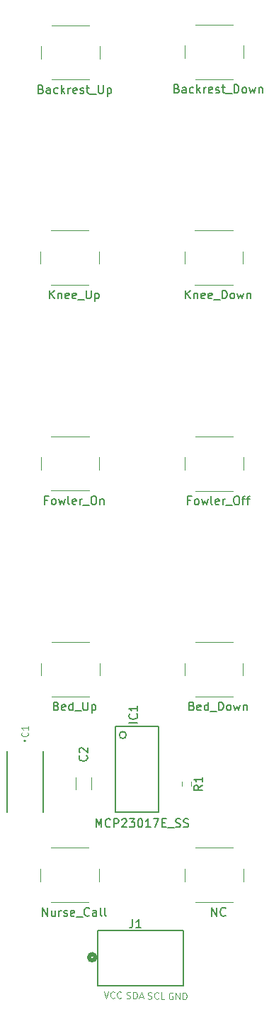
<source format=gto>
%TF.GenerationSoftware,KiCad,Pcbnew,9.0.4-9.0.4-0~ubuntu24.04.1*%
%TF.CreationDate,2025-09-24T17:39:37+03:00*%
%TF.ProjectId,Patient remote control,50617469-656e-4742-9072-656d6f746520,rev?*%
%TF.SameCoordinates,Original*%
%TF.FileFunction,Legend,Top*%
%TF.FilePolarity,Positive*%
%FSLAX46Y46*%
G04 Gerber Fmt 4.6, Leading zero omitted, Abs format (unit mm)*
G04 Created by KiCad (PCBNEW 9.0.4-9.0.4-0~ubuntu24.04.1) date 2025-09-24 17:39:37*
%MOMM*%
%LPD*%
G01*
G04 APERTURE LIST*
%ADD10C,0.100000*%
%ADD11C,0.150000*%
%ADD12C,0.120000*%
%ADD13C,0.127000*%
%ADD14C,0.200000*%
%ADD15C,0.152400*%
%ADD16C,0.508000*%
%ADD17C,0.203200*%
G04 APERTURE END LIST*
D10*
X122175312Y-161246990D02*
X122099122Y-161208895D01*
X122099122Y-161208895D02*
X121984836Y-161208895D01*
X121984836Y-161208895D02*
X121870550Y-161246990D01*
X121870550Y-161246990D02*
X121794360Y-161323180D01*
X121794360Y-161323180D02*
X121756265Y-161399371D01*
X121756265Y-161399371D02*
X121718169Y-161551752D01*
X121718169Y-161551752D02*
X121718169Y-161666038D01*
X121718169Y-161666038D02*
X121756265Y-161818419D01*
X121756265Y-161818419D02*
X121794360Y-161894609D01*
X121794360Y-161894609D02*
X121870550Y-161970800D01*
X121870550Y-161970800D02*
X121984836Y-162008895D01*
X121984836Y-162008895D02*
X122061027Y-162008895D01*
X122061027Y-162008895D02*
X122175312Y-161970800D01*
X122175312Y-161970800D02*
X122213408Y-161932704D01*
X122213408Y-161932704D02*
X122213408Y-161666038D01*
X122213408Y-161666038D02*
X122061027Y-161666038D01*
X122556265Y-162008895D02*
X122556265Y-161208895D01*
X122556265Y-161208895D02*
X123013408Y-162008895D01*
X123013408Y-162008895D02*
X123013408Y-161208895D01*
X123394360Y-162008895D02*
X123394360Y-161208895D01*
X123394360Y-161208895D02*
X123584836Y-161208895D01*
X123584836Y-161208895D02*
X123699122Y-161246990D01*
X123699122Y-161246990D02*
X123775312Y-161323180D01*
X123775312Y-161323180D02*
X123813407Y-161399371D01*
X123813407Y-161399371D02*
X123851503Y-161551752D01*
X123851503Y-161551752D02*
X123851503Y-161666038D01*
X123851503Y-161666038D02*
X123813407Y-161818419D01*
X123813407Y-161818419D02*
X123775312Y-161894609D01*
X123775312Y-161894609D02*
X123699122Y-161970800D01*
X123699122Y-161970800D02*
X123584836Y-162008895D01*
X123584836Y-162008895D02*
X123394360Y-162008895D01*
X119191169Y-161942800D02*
X119305455Y-161980895D01*
X119305455Y-161980895D02*
X119495931Y-161980895D01*
X119495931Y-161980895D02*
X119572122Y-161942800D01*
X119572122Y-161942800D02*
X119610217Y-161904704D01*
X119610217Y-161904704D02*
X119648312Y-161828514D01*
X119648312Y-161828514D02*
X119648312Y-161752323D01*
X119648312Y-161752323D02*
X119610217Y-161676133D01*
X119610217Y-161676133D02*
X119572122Y-161638038D01*
X119572122Y-161638038D02*
X119495931Y-161599942D01*
X119495931Y-161599942D02*
X119343550Y-161561847D01*
X119343550Y-161561847D02*
X119267360Y-161523752D01*
X119267360Y-161523752D02*
X119229265Y-161485657D01*
X119229265Y-161485657D02*
X119191169Y-161409466D01*
X119191169Y-161409466D02*
X119191169Y-161333276D01*
X119191169Y-161333276D02*
X119229265Y-161257085D01*
X119229265Y-161257085D02*
X119267360Y-161218990D01*
X119267360Y-161218990D02*
X119343550Y-161180895D01*
X119343550Y-161180895D02*
X119534027Y-161180895D01*
X119534027Y-161180895D02*
X119648312Y-161218990D01*
X120448313Y-161904704D02*
X120410217Y-161942800D01*
X120410217Y-161942800D02*
X120295932Y-161980895D01*
X120295932Y-161980895D02*
X120219741Y-161980895D01*
X120219741Y-161980895D02*
X120105455Y-161942800D01*
X120105455Y-161942800D02*
X120029265Y-161866609D01*
X120029265Y-161866609D02*
X119991170Y-161790419D01*
X119991170Y-161790419D02*
X119953074Y-161638038D01*
X119953074Y-161638038D02*
X119953074Y-161523752D01*
X119953074Y-161523752D02*
X119991170Y-161371371D01*
X119991170Y-161371371D02*
X120029265Y-161295180D01*
X120029265Y-161295180D02*
X120105455Y-161218990D01*
X120105455Y-161218990D02*
X120219741Y-161180895D01*
X120219741Y-161180895D02*
X120295932Y-161180895D01*
X120295932Y-161180895D02*
X120410217Y-161218990D01*
X120410217Y-161218990D02*
X120448313Y-161257085D01*
X121172122Y-161980895D02*
X120791170Y-161980895D01*
X120791170Y-161980895D02*
X120791170Y-161180895D01*
X113946979Y-161096895D02*
X114213646Y-161896895D01*
X114213646Y-161896895D02*
X114480312Y-161096895D01*
X115204122Y-161820704D02*
X115166026Y-161858800D01*
X115166026Y-161858800D02*
X115051741Y-161896895D01*
X115051741Y-161896895D02*
X114975550Y-161896895D01*
X114975550Y-161896895D02*
X114861264Y-161858800D01*
X114861264Y-161858800D02*
X114785074Y-161782609D01*
X114785074Y-161782609D02*
X114746979Y-161706419D01*
X114746979Y-161706419D02*
X114708883Y-161554038D01*
X114708883Y-161554038D02*
X114708883Y-161439752D01*
X114708883Y-161439752D02*
X114746979Y-161287371D01*
X114746979Y-161287371D02*
X114785074Y-161211180D01*
X114785074Y-161211180D02*
X114861264Y-161134990D01*
X114861264Y-161134990D02*
X114975550Y-161096895D01*
X114975550Y-161096895D02*
X115051741Y-161096895D01*
X115051741Y-161096895D02*
X115166026Y-161134990D01*
X115166026Y-161134990D02*
X115204122Y-161173085D01*
X116004122Y-161820704D02*
X115966026Y-161858800D01*
X115966026Y-161858800D02*
X115851741Y-161896895D01*
X115851741Y-161896895D02*
X115775550Y-161896895D01*
X115775550Y-161896895D02*
X115661264Y-161858800D01*
X115661264Y-161858800D02*
X115585074Y-161782609D01*
X115585074Y-161782609D02*
X115546979Y-161706419D01*
X115546979Y-161706419D02*
X115508883Y-161554038D01*
X115508883Y-161554038D02*
X115508883Y-161439752D01*
X115508883Y-161439752D02*
X115546979Y-161287371D01*
X115546979Y-161287371D02*
X115585074Y-161211180D01*
X115585074Y-161211180D02*
X115661264Y-161134990D01*
X115661264Y-161134990D02*
X115775550Y-161096895D01*
X115775550Y-161096895D02*
X115851741Y-161096895D01*
X115851741Y-161096895D02*
X115966026Y-161134990D01*
X115966026Y-161134990D02*
X116004122Y-161173085D01*
X116663169Y-161914800D02*
X116777455Y-161952895D01*
X116777455Y-161952895D02*
X116967931Y-161952895D01*
X116967931Y-161952895D02*
X117044122Y-161914800D01*
X117044122Y-161914800D02*
X117082217Y-161876704D01*
X117082217Y-161876704D02*
X117120312Y-161800514D01*
X117120312Y-161800514D02*
X117120312Y-161724323D01*
X117120312Y-161724323D02*
X117082217Y-161648133D01*
X117082217Y-161648133D02*
X117044122Y-161610038D01*
X117044122Y-161610038D02*
X116967931Y-161571942D01*
X116967931Y-161571942D02*
X116815550Y-161533847D01*
X116815550Y-161533847D02*
X116739360Y-161495752D01*
X116739360Y-161495752D02*
X116701265Y-161457657D01*
X116701265Y-161457657D02*
X116663169Y-161381466D01*
X116663169Y-161381466D02*
X116663169Y-161305276D01*
X116663169Y-161305276D02*
X116701265Y-161229085D01*
X116701265Y-161229085D02*
X116739360Y-161190990D01*
X116739360Y-161190990D02*
X116815550Y-161152895D01*
X116815550Y-161152895D02*
X117006027Y-161152895D01*
X117006027Y-161152895D02*
X117120312Y-161190990D01*
X117463170Y-161952895D02*
X117463170Y-161152895D01*
X117463170Y-161152895D02*
X117653646Y-161152895D01*
X117653646Y-161152895D02*
X117767932Y-161190990D01*
X117767932Y-161190990D02*
X117844122Y-161267180D01*
X117844122Y-161267180D02*
X117882217Y-161343371D01*
X117882217Y-161343371D02*
X117920313Y-161495752D01*
X117920313Y-161495752D02*
X117920313Y-161610038D01*
X117920313Y-161610038D02*
X117882217Y-161762419D01*
X117882217Y-161762419D02*
X117844122Y-161838609D01*
X117844122Y-161838609D02*
X117767932Y-161914800D01*
X117767932Y-161914800D02*
X117653646Y-161952895D01*
X117653646Y-161952895D02*
X117463170Y-161952895D01*
X118225074Y-161724323D02*
X118606027Y-161724323D01*
X118148884Y-161952895D02*
X118415551Y-161152895D01*
X118415551Y-161152895D02*
X118682217Y-161952895D01*
D11*
X123708047Y-78315819D02*
X123708047Y-77315819D01*
X124279475Y-78315819D02*
X123850904Y-77744390D01*
X124279475Y-77315819D02*
X123708047Y-77887247D01*
X124708047Y-77649152D02*
X124708047Y-78315819D01*
X124708047Y-77744390D02*
X124755666Y-77696771D01*
X124755666Y-77696771D02*
X124850904Y-77649152D01*
X124850904Y-77649152D02*
X124993761Y-77649152D01*
X124993761Y-77649152D02*
X125088999Y-77696771D01*
X125088999Y-77696771D02*
X125136618Y-77792009D01*
X125136618Y-77792009D02*
X125136618Y-78315819D01*
X125993761Y-78268200D02*
X125898523Y-78315819D01*
X125898523Y-78315819D02*
X125708047Y-78315819D01*
X125708047Y-78315819D02*
X125612809Y-78268200D01*
X125612809Y-78268200D02*
X125565190Y-78172961D01*
X125565190Y-78172961D02*
X125565190Y-77792009D01*
X125565190Y-77792009D02*
X125612809Y-77696771D01*
X125612809Y-77696771D02*
X125708047Y-77649152D01*
X125708047Y-77649152D02*
X125898523Y-77649152D01*
X125898523Y-77649152D02*
X125993761Y-77696771D01*
X125993761Y-77696771D02*
X126041380Y-77792009D01*
X126041380Y-77792009D02*
X126041380Y-77887247D01*
X126041380Y-77887247D02*
X125565190Y-77982485D01*
X126850904Y-78268200D02*
X126755666Y-78315819D01*
X126755666Y-78315819D02*
X126565190Y-78315819D01*
X126565190Y-78315819D02*
X126469952Y-78268200D01*
X126469952Y-78268200D02*
X126422333Y-78172961D01*
X126422333Y-78172961D02*
X126422333Y-77792009D01*
X126422333Y-77792009D02*
X126469952Y-77696771D01*
X126469952Y-77696771D02*
X126565190Y-77649152D01*
X126565190Y-77649152D02*
X126755666Y-77649152D01*
X126755666Y-77649152D02*
X126850904Y-77696771D01*
X126850904Y-77696771D02*
X126898523Y-77792009D01*
X126898523Y-77792009D02*
X126898523Y-77887247D01*
X126898523Y-77887247D02*
X126422333Y-77982485D01*
X127089000Y-78411057D02*
X127850904Y-78411057D01*
X128089000Y-78315819D02*
X128089000Y-77315819D01*
X128089000Y-77315819D02*
X128327095Y-77315819D01*
X128327095Y-77315819D02*
X128469952Y-77363438D01*
X128469952Y-77363438D02*
X128565190Y-77458676D01*
X128565190Y-77458676D02*
X128612809Y-77553914D01*
X128612809Y-77553914D02*
X128660428Y-77744390D01*
X128660428Y-77744390D02*
X128660428Y-77887247D01*
X128660428Y-77887247D02*
X128612809Y-78077723D01*
X128612809Y-78077723D02*
X128565190Y-78172961D01*
X128565190Y-78172961D02*
X128469952Y-78268200D01*
X128469952Y-78268200D02*
X128327095Y-78315819D01*
X128327095Y-78315819D02*
X128089000Y-78315819D01*
X129231857Y-78315819D02*
X129136619Y-78268200D01*
X129136619Y-78268200D02*
X129089000Y-78220580D01*
X129089000Y-78220580D02*
X129041381Y-78125342D01*
X129041381Y-78125342D02*
X129041381Y-77839628D01*
X129041381Y-77839628D02*
X129089000Y-77744390D01*
X129089000Y-77744390D02*
X129136619Y-77696771D01*
X129136619Y-77696771D02*
X129231857Y-77649152D01*
X129231857Y-77649152D02*
X129374714Y-77649152D01*
X129374714Y-77649152D02*
X129469952Y-77696771D01*
X129469952Y-77696771D02*
X129517571Y-77744390D01*
X129517571Y-77744390D02*
X129565190Y-77839628D01*
X129565190Y-77839628D02*
X129565190Y-78125342D01*
X129565190Y-78125342D02*
X129517571Y-78220580D01*
X129517571Y-78220580D02*
X129469952Y-78268200D01*
X129469952Y-78268200D02*
X129374714Y-78315819D01*
X129374714Y-78315819D02*
X129231857Y-78315819D01*
X129898524Y-77649152D02*
X130089000Y-78315819D01*
X130089000Y-78315819D02*
X130279476Y-77839628D01*
X130279476Y-77839628D02*
X130469952Y-78315819D01*
X130469952Y-78315819D02*
X130660428Y-77649152D01*
X131041381Y-77649152D02*
X131041381Y-78315819D01*
X131041381Y-77744390D02*
X131089000Y-77696771D01*
X131089000Y-77696771D02*
X131184238Y-77649152D01*
X131184238Y-77649152D02*
X131327095Y-77649152D01*
X131327095Y-77649152D02*
X131422333Y-77696771D01*
X131422333Y-77696771D02*
X131469952Y-77792009D01*
X131469952Y-77792009D02*
X131469952Y-78315819D01*
X122660618Y-53219009D02*
X122803475Y-53266628D01*
X122803475Y-53266628D02*
X122851094Y-53314247D01*
X122851094Y-53314247D02*
X122898713Y-53409485D01*
X122898713Y-53409485D02*
X122898713Y-53552342D01*
X122898713Y-53552342D02*
X122851094Y-53647580D01*
X122851094Y-53647580D02*
X122803475Y-53695200D01*
X122803475Y-53695200D02*
X122708237Y-53742819D01*
X122708237Y-53742819D02*
X122327285Y-53742819D01*
X122327285Y-53742819D02*
X122327285Y-52742819D01*
X122327285Y-52742819D02*
X122660618Y-52742819D01*
X122660618Y-52742819D02*
X122755856Y-52790438D01*
X122755856Y-52790438D02*
X122803475Y-52838057D01*
X122803475Y-52838057D02*
X122851094Y-52933295D01*
X122851094Y-52933295D02*
X122851094Y-53028533D01*
X122851094Y-53028533D02*
X122803475Y-53123771D01*
X122803475Y-53123771D02*
X122755856Y-53171390D01*
X122755856Y-53171390D02*
X122660618Y-53219009D01*
X122660618Y-53219009D02*
X122327285Y-53219009D01*
X123755856Y-53742819D02*
X123755856Y-53219009D01*
X123755856Y-53219009D02*
X123708237Y-53123771D01*
X123708237Y-53123771D02*
X123612999Y-53076152D01*
X123612999Y-53076152D02*
X123422523Y-53076152D01*
X123422523Y-53076152D02*
X123327285Y-53123771D01*
X123755856Y-53695200D02*
X123660618Y-53742819D01*
X123660618Y-53742819D02*
X123422523Y-53742819D01*
X123422523Y-53742819D02*
X123327285Y-53695200D01*
X123327285Y-53695200D02*
X123279666Y-53599961D01*
X123279666Y-53599961D02*
X123279666Y-53504723D01*
X123279666Y-53504723D02*
X123327285Y-53409485D01*
X123327285Y-53409485D02*
X123422523Y-53361866D01*
X123422523Y-53361866D02*
X123660618Y-53361866D01*
X123660618Y-53361866D02*
X123755856Y-53314247D01*
X124660618Y-53695200D02*
X124565380Y-53742819D01*
X124565380Y-53742819D02*
X124374904Y-53742819D01*
X124374904Y-53742819D02*
X124279666Y-53695200D01*
X124279666Y-53695200D02*
X124232047Y-53647580D01*
X124232047Y-53647580D02*
X124184428Y-53552342D01*
X124184428Y-53552342D02*
X124184428Y-53266628D01*
X124184428Y-53266628D02*
X124232047Y-53171390D01*
X124232047Y-53171390D02*
X124279666Y-53123771D01*
X124279666Y-53123771D02*
X124374904Y-53076152D01*
X124374904Y-53076152D02*
X124565380Y-53076152D01*
X124565380Y-53076152D02*
X124660618Y-53123771D01*
X125089190Y-53742819D02*
X125089190Y-52742819D01*
X125184428Y-53361866D02*
X125470142Y-53742819D01*
X125470142Y-53076152D02*
X125089190Y-53457104D01*
X125898714Y-53742819D02*
X125898714Y-53076152D01*
X125898714Y-53266628D02*
X125946333Y-53171390D01*
X125946333Y-53171390D02*
X125993952Y-53123771D01*
X125993952Y-53123771D02*
X126089190Y-53076152D01*
X126089190Y-53076152D02*
X126184428Y-53076152D01*
X126898714Y-53695200D02*
X126803476Y-53742819D01*
X126803476Y-53742819D02*
X126613000Y-53742819D01*
X126613000Y-53742819D02*
X126517762Y-53695200D01*
X126517762Y-53695200D02*
X126470143Y-53599961D01*
X126470143Y-53599961D02*
X126470143Y-53219009D01*
X126470143Y-53219009D02*
X126517762Y-53123771D01*
X126517762Y-53123771D02*
X126613000Y-53076152D01*
X126613000Y-53076152D02*
X126803476Y-53076152D01*
X126803476Y-53076152D02*
X126898714Y-53123771D01*
X126898714Y-53123771D02*
X126946333Y-53219009D01*
X126946333Y-53219009D02*
X126946333Y-53314247D01*
X126946333Y-53314247D02*
X126470143Y-53409485D01*
X127327286Y-53695200D02*
X127422524Y-53742819D01*
X127422524Y-53742819D02*
X127613000Y-53742819D01*
X127613000Y-53742819D02*
X127708238Y-53695200D01*
X127708238Y-53695200D02*
X127755857Y-53599961D01*
X127755857Y-53599961D02*
X127755857Y-53552342D01*
X127755857Y-53552342D02*
X127708238Y-53457104D01*
X127708238Y-53457104D02*
X127613000Y-53409485D01*
X127613000Y-53409485D02*
X127470143Y-53409485D01*
X127470143Y-53409485D02*
X127374905Y-53361866D01*
X127374905Y-53361866D02*
X127327286Y-53266628D01*
X127327286Y-53266628D02*
X127327286Y-53219009D01*
X127327286Y-53219009D02*
X127374905Y-53123771D01*
X127374905Y-53123771D02*
X127470143Y-53076152D01*
X127470143Y-53076152D02*
X127613000Y-53076152D01*
X127613000Y-53076152D02*
X127708238Y-53123771D01*
X128041572Y-53076152D02*
X128422524Y-53076152D01*
X128184429Y-52742819D02*
X128184429Y-53599961D01*
X128184429Y-53599961D02*
X128232048Y-53695200D01*
X128232048Y-53695200D02*
X128327286Y-53742819D01*
X128327286Y-53742819D02*
X128422524Y-53742819D01*
X128517763Y-53838057D02*
X129279667Y-53838057D01*
X129517763Y-53742819D02*
X129517763Y-52742819D01*
X129517763Y-52742819D02*
X129755858Y-52742819D01*
X129755858Y-52742819D02*
X129898715Y-52790438D01*
X129898715Y-52790438D02*
X129993953Y-52885676D01*
X129993953Y-52885676D02*
X130041572Y-52980914D01*
X130041572Y-52980914D02*
X130089191Y-53171390D01*
X130089191Y-53171390D02*
X130089191Y-53314247D01*
X130089191Y-53314247D02*
X130041572Y-53504723D01*
X130041572Y-53504723D02*
X129993953Y-53599961D01*
X129993953Y-53599961D02*
X129898715Y-53695200D01*
X129898715Y-53695200D02*
X129755858Y-53742819D01*
X129755858Y-53742819D02*
X129517763Y-53742819D01*
X130660620Y-53742819D02*
X130565382Y-53695200D01*
X130565382Y-53695200D02*
X130517763Y-53647580D01*
X130517763Y-53647580D02*
X130470144Y-53552342D01*
X130470144Y-53552342D02*
X130470144Y-53266628D01*
X130470144Y-53266628D02*
X130517763Y-53171390D01*
X130517763Y-53171390D02*
X130565382Y-53123771D01*
X130565382Y-53123771D02*
X130660620Y-53076152D01*
X130660620Y-53076152D02*
X130803477Y-53076152D01*
X130803477Y-53076152D02*
X130898715Y-53123771D01*
X130898715Y-53123771D02*
X130946334Y-53171390D01*
X130946334Y-53171390D02*
X130993953Y-53266628D01*
X130993953Y-53266628D02*
X130993953Y-53552342D01*
X130993953Y-53552342D02*
X130946334Y-53647580D01*
X130946334Y-53647580D02*
X130898715Y-53695200D01*
X130898715Y-53695200D02*
X130803477Y-53742819D01*
X130803477Y-53742819D02*
X130660620Y-53742819D01*
X131327287Y-53076152D02*
X131517763Y-53742819D01*
X131517763Y-53742819D02*
X131708239Y-53266628D01*
X131708239Y-53266628D02*
X131898715Y-53742819D01*
X131898715Y-53742819D02*
X132089191Y-53076152D01*
X132470144Y-53076152D02*
X132470144Y-53742819D01*
X132470144Y-53171390D02*
X132517763Y-53123771D01*
X132517763Y-53123771D02*
X132613001Y-53076152D01*
X132613001Y-53076152D02*
X132755858Y-53076152D01*
X132755858Y-53076152D02*
X132851096Y-53123771D01*
X132851096Y-53123771D02*
X132898715Y-53219009D01*
X132898715Y-53219009D02*
X132898715Y-53742819D01*
X106441999Y-53268009D02*
X106584856Y-53315628D01*
X106584856Y-53315628D02*
X106632475Y-53363247D01*
X106632475Y-53363247D02*
X106680094Y-53458485D01*
X106680094Y-53458485D02*
X106680094Y-53601342D01*
X106680094Y-53601342D02*
X106632475Y-53696580D01*
X106632475Y-53696580D02*
X106584856Y-53744200D01*
X106584856Y-53744200D02*
X106489618Y-53791819D01*
X106489618Y-53791819D02*
X106108666Y-53791819D01*
X106108666Y-53791819D02*
X106108666Y-52791819D01*
X106108666Y-52791819D02*
X106441999Y-52791819D01*
X106441999Y-52791819D02*
X106537237Y-52839438D01*
X106537237Y-52839438D02*
X106584856Y-52887057D01*
X106584856Y-52887057D02*
X106632475Y-52982295D01*
X106632475Y-52982295D02*
X106632475Y-53077533D01*
X106632475Y-53077533D02*
X106584856Y-53172771D01*
X106584856Y-53172771D02*
X106537237Y-53220390D01*
X106537237Y-53220390D02*
X106441999Y-53268009D01*
X106441999Y-53268009D02*
X106108666Y-53268009D01*
X107537237Y-53791819D02*
X107537237Y-53268009D01*
X107537237Y-53268009D02*
X107489618Y-53172771D01*
X107489618Y-53172771D02*
X107394380Y-53125152D01*
X107394380Y-53125152D02*
X107203904Y-53125152D01*
X107203904Y-53125152D02*
X107108666Y-53172771D01*
X107537237Y-53744200D02*
X107441999Y-53791819D01*
X107441999Y-53791819D02*
X107203904Y-53791819D01*
X107203904Y-53791819D02*
X107108666Y-53744200D01*
X107108666Y-53744200D02*
X107061047Y-53648961D01*
X107061047Y-53648961D02*
X107061047Y-53553723D01*
X107061047Y-53553723D02*
X107108666Y-53458485D01*
X107108666Y-53458485D02*
X107203904Y-53410866D01*
X107203904Y-53410866D02*
X107441999Y-53410866D01*
X107441999Y-53410866D02*
X107537237Y-53363247D01*
X108441999Y-53744200D02*
X108346761Y-53791819D01*
X108346761Y-53791819D02*
X108156285Y-53791819D01*
X108156285Y-53791819D02*
X108061047Y-53744200D01*
X108061047Y-53744200D02*
X108013428Y-53696580D01*
X108013428Y-53696580D02*
X107965809Y-53601342D01*
X107965809Y-53601342D02*
X107965809Y-53315628D01*
X107965809Y-53315628D02*
X108013428Y-53220390D01*
X108013428Y-53220390D02*
X108061047Y-53172771D01*
X108061047Y-53172771D02*
X108156285Y-53125152D01*
X108156285Y-53125152D02*
X108346761Y-53125152D01*
X108346761Y-53125152D02*
X108441999Y-53172771D01*
X108870571Y-53791819D02*
X108870571Y-52791819D01*
X108965809Y-53410866D02*
X109251523Y-53791819D01*
X109251523Y-53125152D02*
X108870571Y-53506104D01*
X109680095Y-53791819D02*
X109680095Y-53125152D01*
X109680095Y-53315628D02*
X109727714Y-53220390D01*
X109727714Y-53220390D02*
X109775333Y-53172771D01*
X109775333Y-53172771D02*
X109870571Y-53125152D01*
X109870571Y-53125152D02*
X109965809Y-53125152D01*
X110680095Y-53744200D02*
X110584857Y-53791819D01*
X110584857Y-53791819D02*
X110394381Y-53791819D01*
X110394381Y-53791819D02*
X110299143Y-53744200D01*
X110299143Y-53744200D02*
X110251524Y-53648961D01*
X110251524Y-53648961D02*
X110251524Y-53268009D01*
X110251524Y-53268009D02*
X110299143Y-53172771D01*
X110299143Y-53172771D02*
X110394381Y-53125152D01*
X110394381Y-53125152D02*
X110584857Y-53125152D01*
X110584857Y-53125152D02*
X110680095Y-53172771D01*
X110680095Y-53172771D02*
X110727714Y-53268009D01*
X110727714Y-53268009D02*
X110727714Y-53363247D01*
X110727714Y-53363247D02*
X110251524Y-53458485D01*
X111108667Y-53744200D02*
X111203905Y-53791819D01*
X111203905Y-53791819D02*
X111394381Y-53791819D01*
X111394381Y-53791819D02*
X111489619Y-53744200D01*
X111489619Y-53744200D02*
X111537238Y-53648961D01*
X111537238Y-53648961D02*
X111537238Y-53601342D01*
X111537238Y-53601342D02*
X111489619Y-53506104D01*
X111489619Y-53506104D02*
X111394381Y-53458485D01*
X111394381Y-53458485D02*
X111251524Y-53458485D01*
X111251524Y-53458485D02*
X111156286Y-53410866D01*
X111156286Y-53410866D02*
X111108667Y-53315628D01*
X111108667Y-53315628D02*
X111108667Y-53268009D01*
X111108667Y-53268009D02*
X111156286Y-53172771D01*
X111156286Y-53172771D02*
X111251524Y-53125152D01*
X111251524Y-53125152D02*
X111394381Y-53125152D01*
X111394381Y-53125152D02*
X111489619Y-53172771D01*
X111822953Y-53125152D02*
X112203905Y-53125152D01*
X111965810Y-52791819D02*
X111965810Y-53648961D01*
X111965810Y-53648961D02*
X112013429Y-53744200D01*
X112013429Y-53744200D02*
X112108667Y-53791819D01*
X112108667Y-53791819D02*
X112203905Y-53791819D01*
X112299144Y-53887057D02*
X113061048Y-53887057D01*
X113299144Y-52791819D02*
X113299144Y-53601342D01*
X113299144Y-53601342D02*
X113346763Y-53696580D01*
X113346763Y-53696580D02*
X113394382Y-53744200D01*
X113394382Y-53744200D02*
X113489620Y-53791819D01*
X113489620Y-53791819D02*
X113680096Y-53791819D01*
X113680096Y-53791819D02*
X113775334Y-53744200D01*
X113775334Y-53744200D02*
X113822953Y-53696580D01*
X113822953Y-53696580D02*
X113870572Y-53601342D01*
X113870572Y-53601342D02*
X113870572Y-52791819D01*
X114346763Y-53125152D02*
X114346763Y-54125152D01*
X114346763Y-53172771D02*
X114442001Y-53125152D01*
X114442001Y-53125152D02*
X114632477Y-53125152D01*
X114632477Y-53125152D02*
X114727715Y-53172771D01*
X114727715Y-53172771D02*
X114775334Y-53220390D01*
X114775334Y-53220390D02*
X114822953Y-53315628D01*
X114822953Y-53315628D02*
X114822953Y-53601342D01*
X114822953Y-53601342D02*
X114775334Y-53696580D01*
X114775334Y-53696580D02*
X114727715Y-53744200D01*
X114727715Y-53744200D02*
X114632477Y-53791819D01*
X114632477Y-53791819D02*
X114442001Y-53791819D01*
X114442001Y-53791819D02*
X114346763Y-53744200D01*
X125704819Y-136435666D02*
X125228628Y-136768999D01*
X125704819Y-137007094D02*
X124704819Y-137007094D01*
X124704819Y-137007094D02*
X124704819Y-136626142D01*
X124704819Y-136626142D02*
X124752438Y-136530904D01*
X124752438Y-136530904D02*
X124800057Y-136483285D01*
X124800057Y-136483285D02*
X124895295Y-136435666D01*
X124895295Y-136435666D02*
X125038152Y-136435666D01*
X125038152Y-136435666D02*
X125133390Y-136483285D01*
X125133390Y-136483285D02*
X125181009Y-136530904D01*
X125181009Y-136530904D02*
X125228628Y-136626142D01*
X125228628Y-136626142D02*
X125228628Y-137007094D01*
X125704819Y-135483285D02*
X125704819Y-136054713D01*
X125704819Y-135768999D02*
X124704819Y-135768999D01*
X124704819Y-135768999D02*
X124847676Y-135864237D01*
X124847676Y-135864237D02*
X124942914Y-135959475D01*
X124942914Y-135959475D02*
X124990533Y-136054713D01*
X124478952Y-126974009D02*
X124621809Y-127021628D01*
X124621809Y-127021628D02*
X124669428Y-127069247D01*
X124669428Y-127069247D02*
X124717047Y-127164485D01*
X124717047Y-127164485D02*
X124717047Y-127307342D01*
X124717047Y-127307342D02*
X124669428Y-127402580D01*
X124669428Y-127402580D02*
X124621809Y-127450200D01*
X124621809Y-127450200D02*
X124526571Y-127497819D01*
X124526571Y-127497819D02*
X124145619Y-127497819D01*
X124145619Y-127497819D02*
X124145619Y-126497819D01*
X124145619Y-126497819D02*
X124478952Y-126497819D01*
X124478952Y-126497819D02*
X124574190Y-126545438D01*
X124574190Y-126545438D02*
X124621809Y-126593057D01*
X124621809Y-126593057D02*
X124669428Y-126688295D01*
X124669428Y-126688295D02*
X124669428Y-126783533D01*
X124669428Y-126783533D02*
X124621809Y-126878771D01*
X124621809Y-126878771D02*
X124574190Y-126926390D01*
X124574190Y-126926390D02*
X124478952Y-126974009D01*
X124478952Y-126974009D02*
X124145619Y-126974009D01*
X125526571Y-127450200D02*
X125431333Y-127497819D01*
X125431333Y-127497819D02*
X125240857Y-127497819D01*
X125240857Y-127497819D02*
X125145619Y-127450200D01*
X125145619Y-127450200D02*
X125098000Y-127354961D01*
X125098000Y-127354961D02*
X125098000Y-126974009D01*
X125098000Y-126974009D02*
X125145619Y-126878771D01*
X125145619Y-126878771D02*
X125240857Y-126831152D01*
X125240857Y-126831152D02*
X125431333Y-126831152D01*
X125431333Y-126831152D02*
X125526571Y-126878771D01*
X125526571Y-126878771D02*
X125574190Y-126974009D01*
X125574190Y-126974009D02*
X125574190Y-127069247D01*
X125574190Y-127069247D02*
X125098000Y-127164485D01*
X126431333Y-127497819D02*
X126431333Y-126497819D01*
X126431333Y-127450200D02*
X126336095Y-127497819D01*
X126336095Y-127497819D02*
X126145619Y-127497819D01*
X126145619Y-127497819D02*
X126050381Y-127450200D01*
X126050381Y-127450200D02*
X126002762Y-127402580D01*
X126002762Y-127402580D02*
X125955143Y-127307342D01*
X125955143Y-127307342D02*
X125955143Y-127021628D01*
X125955143Y-127021628D02*
X126002762Y-126926390D01*
X126002762Y-126926390D02*
X126050381Y-126878771D01*
X126050381Y-126878771D02*
X126145619Y-126831152D01*
X126145619Y-126831152D02*
X126336095Y-126831152D01*
X126336095Y-126831152D02*
X126431333Y-126878771D01*
X126669429Y-127593057D02*
X127431333Y-127593057D01*
X127669429Y-127497819D02*
X127669429Y-126497819D01*
X127669429Y-126497819D02*
X127907524Y-126497819D01*
X127907524Y-126497819D02*
X128050381Y-126545438D01*
X128050381Y-126545438D02*
X128145619Y-126640676D01*
X128145619Y-126640676D02*
X128193238Y-126735914D01*
X128193238Y-126735914D02*
X128240857Y-126926390D01*
X128240857Y-126926390D02*
X128240857Y-127069247D01*
X128240857Y-127069247D02*
X128193238Y-127259723D01*
X128193238Y-127259723D02*
X128145619Y-127354961D01*
X128145619Y-127354961D02*
X128050381Y-127450200D01*
X128050381Y-127450200D02*
X127907524Y-127497819D01*
X127907524Y-127497819D02*
X127669429Y-127497819D01*
X128812286Y-127497819D02*
X128717048Y-127450200D01*
X128717048Y-127450200D02*
X128669429Y-127402580D01*
X128669429Y-127402580D02*
X128621810Y-127307342D01*
X128621810Y-127307342D02*
X128621810Y-127021628D01*
X128621810Y-127021628D02*
X128669429Y-126926390D01*
X128669429Y-126926390D02*
X128717048Y-126878771D01*
X128717048Y-126878771D02*
X128812286Y-126831152D01*
X128812286Y-126831152D02*
X128955143Y-126831152D01*
X128955143Y-126831152D02*
X129050381Y-126878771D01*
X129050381Y-126878771D02*
X129098000Y-126926390D01*
X129098000Y-126926390D02*
X129145619Y-127021628D01*
X129145619Y-127021628D02*
X129145619Y-127307342D01*
X129145619Y-127307342D02*
X129098000Y-127402580D01*
X129098000Y-127402580D02*
X129050381Y-127450200D01*
X129050381Y-127450200D02*
X128955143Y-127497819D01*
X128955143Y-127497819D02*
X128812286Y-127497819D01*
X129478953Y-126831152D02*
X129669429Y-127497819D01*
X129669429Y-127497819D02*
X129859905Y-127021628D01*
X129859905Y-127021628D02*
X130050381Y-127497819D01*
X130050381Y-127497819D02*
X130240857Y-126831152D01*
X130621810Y-126831152D02*
X130621810Y-127497819D01*
X130621810Y-126926390D02*
X130669429Y-126878771D01*
X130669429Y-126878771D02*
X130764667Y-126831152D01*
X130764667Y-126831152D02*
X130907524Y-126831152D01*
X130907524Y-126831152D02*
X131002762Y-126878771D01*
X131002762Y-126878771D02*
X131050381Y-126974009D01*
X131050381Y-126974009D02*
X131050381Y-127497819D01*
X107451428Y-78312819D02*
X107451428Y-77312819D01*
X108022856Y-78312819D02*
X107594285Y-77741390D01*
X108022856Y-77312819D02*
X107451428Y-77884247D01*
X108451428Y-77646152D02*
X108451428Y-78312819D01*
X108451428Y-77741390D02*
X108499047Y-77693771D01*
X108499047Y-77693771D02*
X108594285Y-77646152D01*
X108594285Y-77646152D02*
X108737142Y-77646152D01*
X108737142Y-77646152D02*
X108832380Y-77693771D01*
X108832380Y-77693771D02*
X108879999Y-77789009D01*
X108879999Y-77789009D02*
X108879999Y-78312819D01*
X109737142Y-78265200D02*
X109641904Y-78312819D01*
X109641904Y-78312819D02*
X109451428Y-78312819D01*
X109451428Y-78312819D02*
X109356190Y-78265200D01*
X109356190Y-78265200D02*
X109308571Y-78169961D01*
X109308571Y-78169961D02*
X109308571Y-77789009D01*
X109308571Y-77789009D02*
X109356190Y-77693771D01*
X109356190Y-77693771D02*
X109451428Y-77646152D01*
X109451428Y-77646152D02*
X109641904Y-77646152D01*
X109641904Y-77646152D02*
X109737142Y-77693771D01*
X109737142Y-77693771D02*
X109784761Y-77789009D01*
X109784761Y-77789009D02*
X109784761Y-77884247D01*
X109784761Y-77884247D02*
X109308571Y-77979485D01*
X110594285Y-78265200D02*
X110499047Y-78312819D01*
X110499047Y-78312819D02*
X110308571Y-78312819D01*
X110308571Y-78312819D02*
X110213333Y-78265200D01*
X110213333Y-78265200D02*
X110165714Y-78169961D01*
X110165714Y-78169961D02*
X110165714Y-77789009D01*
X110165714Y-77789009D02*
X110213333Y-77693771D01*
X110213333Y-77693771D02*
X110308571Y-77646152D01*
X110308571Y-77646152D02*
X110499047Y-77646152D01*
X110499047Y-77646152D02*
X110594285Y-77693771D01*
X110594285Y-77693771D02*
X110641904Y-77789009D01*
X110641904Y-77789009D02*
X110641904Y-77884247D01*
X110641904Y-77884247D02*
X110165714Y-77979485D01*
X110832381Y-78408057D02*
X111594285Y-78408057D01*
X111832381Y-77312819D02*
X111832381Y-78122342D01*
X111832381Y-78122342D02*
X111880000Y-78217580D01*
X111880000Y-78217580D02*
X111927619Y-78265200D01*
X111927619Y-78265200D02*
X112022857Y-78312819D01*
X112022857Y-78312819D02*
X112213333Y-78312819D01*
X112213333Y-78312819D02*
X112308571Y-78265200D01*
X112308571Y-78265200D02*
X112356190Y-78217580D01*
X112356190Y-78217580D02*
X112403809Y-78122342D01*
X112403809Y-78122342D02*
X112403809Y-77312819D01*
X112880000Y-77646152D02*
X112880000Y-78646152D01*
X112880000Y-77693771D02*
X112975238Y-77646152D01*
X112975238Y-77646152D02*
X113165714Y-77646152D01*
X113165714Y-77646152D02*
X113260952Y-77693771D01*
X113260952Y-77693771D02*
X113308571Y-77741390D01*
X113308571Y-77741390D02*
X113356190Y-77836628D01*
X113356190Y-77836628D02*
X113356190Y-78122342D01*
X113356190Y-78122342D02*
X113308571Y-78217580D01*
X113308571Y-78217580D02*
X113260952Y-78265200D01*
X113260952Y-78265200D02*
X113165714Y-78312819D01*
X113165714Y-78312819D02*
X112975238Y-78312819D01*
X112975238Y-78312819D02*
X112880000Y-78265200D01*
X124307475Y-102399009D02*
X123974142Y-102399009D01*
X123974142Y-102922819D02*
X123974142Y-101922819D01*
X123974142Y-101922819D02*
X124450332Y-101922819D01*
X124974142Y-102922819D02*
X124878904Y-102875200D01*
X124878904Y-102875200D02*
X124831285Y-102827580D01*
X124831285Y-102827580D02*
X124783666Y-102732342D01*
X124783666Y-102732342D02*
X124783666Y-102446628D01*
X124783666Y-102446628D02*
X124831285Y-102351390D01*
X124831285Y-102351390D02*
X124878904Y-102303771D01*
X124878904Y-102303771D02*
X124974142Y-102256152D01*
X124974142Y-102256152D02*
X125116999Y-102256152D01*
X125116999Y-102256152D02*
X125212237Y-102303771D01*
X125212237Y-102303771D02*
X125259856Y-102351390D01*
X125259856Y-102351390D02*
X125307475Y-102446628D01*
X125307475Y-102446628D02*
X125307475Y-102732342D01*
X125307475Y-102732342D02*
X125259856Y-102827580D01*
X125259856Y-102827580D02*
X125212237Y-102875200D01*
X125212237Y-102875200D02*
X125116999Y-102922819D01*
X125116999Y-102922819D02*
X124974142Y-102922819D01*
X125640809Y-102256152D02*
X125831285Y-102922819D01*
X125831285Y-102922819D02*
X126021761Y-102446628D01*
X126021761Y-102446628D02*
X126212237Y-102922819D01*
X126212237Y-102922819D02*
X126402713Y-102256152D01*
X126926523Y-102922819D02*
X126831285Y-102875200D01*
X126831285Y-102875200D02*
X126783666Y-102779961D01*
X126783666Y-102779961D02*
X126783666Y-101922819D01*
X127688428Y-102875200D02*
X127593190Y-102922819D01*
X127593190Y-102922819D02*
X127402714Y-102922819D01*
X127402714Y-102922819D02*
X127307476Y-102875200D01*
X127307476Y-102875200D02*
X127259857Y-102779961D01*
X127259857Y-102779961D02*
X127259857Y-102399009D01*
X127259857Y-102399009D02*
X127307476Y-102303771D01*
X127307476Y-102303771D02*
X127402714Y-102256152D01*
X127402714Y-102256152D02*
X127593190Y-102256152D01*
X127593190Y-102256152D02*
X127688428Y-102303771D01*
X127688428Y-102303771D02*
X127736047Y-102399009D01*
X127736047Y-102399009D02*
X127736047Y-102494247D01*
X127736047Y-102494247D02*
X127259857Y-102589485D01*
X128164619Y-102922819D02*
X128164619Y-102256152D01*
X128164619Y-102446628D02*
X128212238Y-102351390D01*
X128212238Y-102351390D02*
X128259857Y-102303771D01*
X128259857Y-102303771D02*
X128355095Y-102256152D01*
X128355095Y-102256152D02*
X128450333Y-102256152D01*
X128545572Y-103018057D02*
X129307476Y-103018057D01*
X129736048Y-101922819D02*
X129926524Y-101922819D01*
X129926524Y-101922819D02*
X130021762Y-101970438D01*
X130021762Y-101970438D02*
X130117000Y-102065676D01*
X130117000Y-102065676D02*
X130164619Y-102256152D01*
X130164619Y-102256152D02*
X130164619Y-102589485D01*
X130164619Y-102589485D02*
X130117000Y-102779961D01*
X130117000Y-102779961D02*
X130021762Y-102875200D01*
X130021762Y-102875200D02*
X129926524Y-102922819D01*
X129926524Y-102922819D02*
X129736048Y-102922819D01*
X129736048Y-102922819D02*
X129640810Y-102875200D01*
X129640810Y-102875200D02*
X129545572Y-102779961D01*
X129545572Y-102779961D02*
X129497953Y-102589485D01*
X129497953Y-102589485D02*
X129497953Y-102256152D01*
X129497953Y-102256152D02*
X129545572Y-102065676D01*
X129545572Y-102065676D02*
X129640810Y-101970438D01*
X129640810Y-101970438D02*
X129736048Y-101922819D01*
X130450334Y-102256152D02*
X130831286Y-102256152D01*
X130593191Y-102922819D02*
X130593191Y-102065676D01*
X130593191Y-102065676D02*
X130640810Y-101970438D01*
X130640810Y-101970438D02*
X130736048Y-101922819D01*
X130736048Y-101922819D02*
X130831286Y-101922819D01*
X131021763Y-102256152D02*
X131402715Y-102256152D01*
X131164620Y-102922819D02*
X131164620Y-102065676D01*
X131164620Y-102065676D02*
X131212239Y-101970438D01*
X131212239Y-101970438D02*
X131307477Y-101922819D01*
X131307477Y-101922819D02*
X131402715Y-101922819D01*
D10*
X104788704Y-130133332D02*
X104826800Y-130171428D01*
X104826800Y-130171428D02*
X104864895Y-130285713D01*
X104864895Y-130285713D02*
X104864895Y-130361904D01*
X104864895Y-130361904D02*
X104826800Y-130476190D01*
X104826800Y-130476190D02*
X104750609Y-130552380D01*
X104750609Y-130552380D02*
X104674419Y-130590475D01*
X104674419Y-130590475D02*
X104522038Y-130628571D01*
X104522038Y-130628571D02*
X104407752Y-130628571D01*
X104407752Y-130628571D02*
X104255371Y-130590475D01*
X104255371Y-130590475D02*
X104179180Y-130552380D01*
X104179180Y-130552380D02*
X104102990Y-130476190D01*
X104102990Y-130476190D02*
X104064895Y-130361904D01*
X104064895Y-130361904D02*
X104064895Y-130285713D01*
X104064895Y-130285713D02*
X104102990Y-130171428D01*
X104102990Y-130171428D02*
X104141085Y-130133332D01*
X104864895Y-129371428D02*
X104864895Y-129828571D01*
X104864895Y-129599999D02*
X104064895Y-129599999D01*
X104064895Y-129599999D02*
X104179180Y-129676190D01*
X104179180Y-129676190D02*
X104255371Y-129752380D01*
X104255371Y-129752380D02*
X104293466Y-129828571D01*
D11*
X108262333Y-126972009D02*
X108405190Y-127019628D01*
X108405190Y-127019628D02*
X108452809Y-127067247D01*
X108452809Y-127067247D02*
X108500428Y-127162485D01*
X108500428Y-127162485D02*
X108500428Y-127305342D01*
X108500428Y-127305342D02*
X108452809Y-127400580D01*
X108452809Y-127400580D02*
X108405190Y-127448200D01*
X108405190Y-127448200D02*
X108309952Y-127495819D01*
X108309952Y-127495819D02*
X107929000Y-127495819D01*
X107929000Y-127495819D02*
X107929000Y-126495819D01*
X107929000Y-126495819D02*
X108262333Y-126495819D01*
X108262333Y-126495819D02*
X108357571Y-126543438D01*
X108357571Y-126543438D02*
X108405190Y-126591057D01*
X108405190Y-126591057D02*
X108452809Y-126686295D01*
X108452809Y-126686295D02*
X108452809Y-126781533D01*
X108452809Y-126781533D02*
X108405190Y-126876771D01*
X108405190Y-126876771D02*
X108357571Y-126924390D01*
X108357571Y-126924390D02*
X108262333Y-126972009D01*
X108262333Y-126972009D02*
X107929000Y-126972009D01*
X109309952Y-127448200D02*
X109214714Y-127495819D01*
X109214714Y-127495819D02*
X109024238Y-127495819D01*
X109024238Y-127495819D02*
X108929000Y-127448200D01*
X108929000Y-127448200D02*
X108881381Y-127352961D01*
X108881381Y-127352961D02*
X108881381Y-126972009D01*
X108881381Y-126972009D02*
X108929000Y-126876771D01*
X108929000Y-126876771D02*
X109024238Y-126829152D01*
X109024238Y-126829152D02*
X109214714Y-126829152D01*
X109214714Y-126829152D02*
X109309952Y-126876771D01*
X109309952Y-126876771D02*
X109357571Y-126972009D01*
X109357571Y-126972009D02*
X109357571Y-127067247D01*
X109357571Y-127067247D02*
X108881381Y-127162485D01*
X110214714Y-127495819D02*
X110214714Y-126495819D01*
X110214714Y-127448200D02*
X110119476Y-127495819D01*
X110119476Y-127495819D02*
X109929000Y-127495819D01*
X109929000Y-127495819D02*
X109833762Y-127448200D01*
X109833762Y-127448200D02*
X109786143Y-127400580D01*
X109786143Y-127400580D02*
X109738524Y-127305342D01*
X109738524Y-127305342D02*
X109738524Y-127019628D01*
X109738524Y-127019628D02*
X109786143Y-126924390D01*
X109786143Y-126924390D02*
X109833762Y-126876771D01*
X109833762Y-126876771D02*
X109929000Y-126829152D01*
X109929000Y-126829152D02*
X110119476Y-126829152D01*
X110119476Y-126829152D02*
X110214714Y-126876771D01*
X110452810Y-127591057D02*
X111214714Y-127591057D01*
X111452810Y-126495819D02*
X111452810Y-127305342D01*
X111452810Y-127305342D02*
X111500429Y-127400580D01*
X111500429Y-127400580D02*
X111548048Y-127448200D01*
X111548048Y-127448200D02*
X111643286Y-127495819D01*
X111643286Y-127495819D02*
X111833762Y-127495819D01*
X111833762Y-127495819D02*
X111929000Y-127448200D01*
X111929000Y-127448200D02*
X111976619Y-127400580D01*
X111976619Y-127400580D02*
X112024238Y-127305342D01*
X112024238Y-127305342D02*
X112024238Y-126495819D01*
X112500429Y-126829152D02*
X112500429Y-127829152D01*
X112500429Y-126876771D02*
X112595667Y-126829152D01*
X112595667Y-126829152D02*
X112786143Y-126829152D01*
X112786143Y-126829152D02*
X112881381Y-126876771D01*
X112881381Y-126876771D02*
X112929000Y-126924390D01*
X112929000Y-126924390D02*
X112976619Y-127019628D01*
X112976619Y-127019628D02*
X112976619Y-127305342D01*
X112976619Y-127305342D02*
X112929000Y-127400580D01*
X112929000Y-127400580D02*
X112881381Y-127448200D01*
X112881381Y-127448200D02*
X112786143Y-127495819D01*
X112786143Y-127495819D02*
X112595667Y-127495819D01*
X112595667Y-127495819D02*
X112500429Y-127448200D01*
X117379766Y-152473819D02*
X117379766Y-153188104D01*
X117379766Y-153188104D02*
X117332147Y-153330961D01*
X117332147Y-153330961D02*
X117236909Y-153426200D01*
X117236909Y-153426200D02*
X117094052Y-153473819D01*
X117094052Y-153473819D02*
X116998814Y-153473819D01*
X118379766Y-153473819D02*
X117808338Y-153473819D01*
X118094052Y-153473819D02*
X118094052Y-152473819D01*
X118094052Y-152473819D02*
X117998814Y-152616676D01*
X117998814Y-152616676D02*
X117903576Y-152711914D01*
X117903576Y-152711914D02*
X117808338Y-152759533D01*
X106631904Y-152077819D02*
X106631904Y-151077819D01*
X106631904Y-151077819D02*
X107203332Y-152077819D01*
X107203332Y-152077819D02*
X107203332Y-151077819D01*
X108108094Y-151411152D02*
X108108094Y-152077819D01*
X107679523Y-151411152D02*
X107679523Y-151934961D01*
X107679523Y-151934961D02*
X107727142Y-152030200D01*
X107727142Y-152030200D02*
X107822380Y-152077819D01*
X107822380Y-152077819D02*
X107965237Y-152077819D01*
X107965237Y-152077819D02*
X108060475Y-152030200D01*
X108060475Y-152030200D02*
X108108094Y-151982580D01*
X108584285Y-152077819D02*
X108584285Y-151411152D01*
X108584285Y-151601628D02*
X108631904Y-151506390D01*
X108631904Y-151506390D02*
X108679523Y-151458771D01*
X108679523Y-151458771D02*
X108774761Y-151411152D01*
X108774761Y-151411152D02*
X108869999Y-151411152D01*
X109155714Y-152030200D02*
X109250952Y-152077819D01*
X109250952Y-152077819D02*
X109441428Y-152077819D01*
X109441428Y-152077819D02*
X109536666Y-152030200D01*
X109536666Y-152030200D02*
X109584285Y-151934961D01*
X109584285Y-151934961D02*
X109584285Y-151887342D01*
X109584285Y-151887342D02*
X109536666Y-151792104D01*
X109536666Y-151792104D02*
X109441428Y-151744485D01*
X109441428Y-151744485D02*
X109298571Y-151744485D01*
X109298571Y-151744485D02*
X109203333Y-151696866D01*
X109203333Y-151696866D02*
X109155714Y-151601628D01*
X109155714Y-151601628D02*
X109155714Y-151554009D01*
X109155714Y-151554009D02*
X109203333Y-151458771D01*
X109203333Y-151458771D02*
X109298571Y-151411152D01*
X109298571Y-151411152D02*
X109441428Y-151411152D01*
X109441428Y-151411152D02*
X109536666Y-151458771D01*
X110393809Y-152030200D02*
X110298571Y-152077819D01*
X110298571Y-152077819D02*
X110108095Y-152077819D01*
X110108095Y-152077819D02*
X110012857Y-152030200D01*
X110012857Y-152030200D02*
X109965238Y-151934961D01*
X109965238Y-151934961D02*
X109965238Y-151554009D01*
X109965238Y-151554009D02*
X110012857Y-151458771D01*
X110012857Y-151458771D02*
X110108095Y-151411152D01*
X110108095Y-151411152D02*
X110298571Y-151411152D01*
X110298571Y-151411152D02*
X110393809Y-151458771D01*
X110393809Y-151458771D02*
X110441428Y-151554009D01*
X110441428Y-151554009D02*
X110441428Y-151649247D01*
X110441428Y-151649247D02*
X109965238Y-151744485D01*
X110631905Y-152173057D02*
X111393809Y-152173057D01*
X112203333Y-151982580D02*
X112155714Y-152030200D01*
X112155714Y-152030200D02*
X112012857Y-152077819D01*
X112012857Y-152077819D02*
X111917619Y-152077819D01*
X111917619Y-152077819D02*
X111774762Y-152030200D01*
X111774762Y-152030200D02*
X111679524Y-151934961D01*
X111679524Y-151934961D02*
X111631905Y-151839723D01*
X111631905Y-151839723D02*
X111584286Y-151649247D01*
X111584286Y-151649247D02*
X111584286Y-151506390D01*
X111584286Y-151506390D02*
X111631905Y-151315914D01*
X111631905Y-151315914D02*
X111679524Y-151220676D01*
X111679524Y-151220676D02*
X111774762Y-151125438D01*
X111774762Y-151125438D02*
X111917619Y-151077819D01*
X111917619Y-151077819D02*
X112012857Y-151077819D01*
X112012857Y-151077819D02*
X112155714Y-151125438D01*
X112155714Y-151125438D02*
X112203333Y-151173057D01*
X113060476Y-152077819D02*
X113060476Y-151554009D01*
X113060476Y-151554009D02*
X113012857Y-151458771D01*
X113012857Y-151458771D02*
X112917619Y-151411152D01*
X112917619Y-151411152D02*
X112727143Y-151411152D01*
X112727143Y-151411152D02*
X112631905Y-151458771D01*
X113060476Y-152030200D02*
X112965238Y-152077819D01*
X112965238Y-152077819D02*
X112727143Y-152077819D01*
X112727143Y-152077819D02*
X112631905Y-152030200D01*
X112631905Y-152030200D02*
X112584286Y-151934961D01*
X112584286Y-151934961D02*
X112584286Y-151839723D01*
X112584286Y-151839723D02*
X112631905Y-151744485D01*
X112631905Y-151744485D02*
X112727143Y-151696866D01*
X112727143Y-151696866D02*
X112965238Y-151696866D01*
X112965238Y-151696866D02*
X113060476Y-151649247D01*
X113679524Y-152077819D02*
X113584286Y-152030200D01*
X113584286Y-152030200D02*
X113536667Y-151934961D01*
X113536667Y-151934961D02*
X113536667Y-151077819D01*
X114203334Y-152077819D02*
X114108096Y-152030200D01*
X114108096Y-152030200D02*
X114060477Y-151934961D01*
X114060477Y-151934961D02*
X114060477Y-151077819D01*
X117954819Y-128976189D02*
X116954819Y-128976189D01*
X117859580Y-127928571D02*
X117907200Y-127976190D01*
X117907200Y-127976190D02*
X117954819Y-128119047D01*
X117954819Y-128119047D02*
X117954819Y-128214285D01*
X117954819Y-128214285D02*
X117907200Y-128357142D01*
X117907200Y-128357142D02*
X117811961Y-128452380D01*
X117811961Y-128452380D02*
X117716723Y-128499999D01*
X117716723Y-128499999D02*
X117526247Y-128547618D01*
X117526247Y-128547618D02*
X117383390Y-128547618D01*
X117383390Y-128547618D02*
X117192914Y-128499999D01*
X117192914Y-128499999D02*
X117097676Y-128452380D01*
X117097676Y-128452380D02*
X117002438Y-128357142D01*
X117002438Y-128357142D02*
X116954819Y-128214285D01*
X116954819Y-128214285D02*
X116954819Y-128119047D01*
X116954819Y-128119047D02*
X117002438Y-127976190D01*
X117002438Y-127976190D02*
X117050057Y-127928571D01*
X117954819Y-126976190D02*
X117954819Y-127547618D01*
X117954819Y-127261904D02*
X116954819Y-127261904D01*
X116954819Y-127261904D02*
X117097676Y-127357142D01*
X117097676Y-127357142D02*
X117192914Y-127452380D01*
X117192914Y-127452380D02*
X117240533Y-127547618D01*
X113000000Y-141454819D02*
X113000000Y-140454819D01*
X113000000Y-140454819D02*
X113333333Y-141169104D01*
X113333333Y-141169104D02*
X113666666Y-140454819D01*
X113666666Y-140454819D02*
X113666666Y-141454819D01*
X114714285Y-141359580D02*
X114666666Y-141407200D01*
X114666666Y-141407200D02*
X114523809Y-141454819D01*
X114523809Y-141454819D02*
X114428571Y-141454819D01*
X114428571Y-141454819D02*
X114285714Y-141407200D01*
X114285714Y-141407200D02*
X114190476Y-141311961D01*
X114190476Y-141311961D02*
X114142857Y-141216723D01*
X114142857Y-141216723D02*
X114095238Y-141026247D01*
X114095238Y-141026247D02*
X114095238Y-140883390D01*
X114095238Y-140883390D02*
X114142857Y-140692914D01*
X114142857Y-140692914D02*
X114190476Y-140597676D01*
X114190476Y-140597676D02*
X114285714Y-140502438D01*
X114285714Y-140502438D02*
X114428571Y-140454819D01*
X114428571Y-140454819D02*
X114523809Y-140454819D01*
X114523809Y-140454819D02*
X114666666Y-140502438D01*
X114666666Y-140502438D02*
X114714285Y-140550057D01*
X115142857Y-141454819D02*
X115142857Y-140454819D01*
X115142857Y-140454819D02*
X115523809Y-140454819D01*
X115523809Y-140454819D02*
X115619047Y-140502438D01*
X115619047Y-140502438D02*
X115666666Y-140550057D01*
X115666666Y-140550057D02*
X115714285Y-140645295D01*
X115714285Y-140645295D02*
X115714285Y-140788152D01*
X115714285Y-140788152D02*
X115666666Y-140883390D01*
X115666666Y-140883390D02*
X115619047Y-140931009D01*
X115619047Y-140931009D02*
X115523809Y-140978628D01*
X115523809Y-140978628D02*
X115142857Y-140978628D01*
X116095238Y-140550057D02*
X116142857Y-140502438D01*
X116142857Y-140502438D02*
X116238095Y-140454819D01*
X116238095Y-140454819D02*
X116476190Y-140454819D01*
X116476190Y-140454819D02*
X116571428Y-140502438D01*
X116571428Y-140502438D02*
X116619047Y-140550057D01*
X116619047Y-140550057D02*
X116666666Y-140645295D01*
X116666666Y-140645295D02*
X116666666Y-140740533D01*
X116666666Y-140740533D02*
X116619047Y-140883390D01*
X116619047Y-140883390D02*
X116047619Y-141454819D01*
X116047619Y-141454819D02*
X116666666Y-141454819D01*
X117000000Y-140454819D02*
X117619047Y-140454819D01*
X117619047Y-140454819D02*
X117285714Y-140835771D01*
X117285714Y-140835771D02*
X117428571Y-140835771D01*
X117428571Y-140835771D02*
X117523809Y-140883390D01*
X117523809Y-140883390D02*
X117571428Y-140931009D01*
X117571428Y-140931009D02*
X117619047Y-141026247D01*
X117619047Y-141026247D02*
X117619047Y-141264342D01*
X117619047Y-141264342D02*
X117571428Y-141359580D01*
X117571428Y-141359580D02*
X117523809Y-141407200D01*
X117523809Y-141407200D02*
X117428571Y-141454819D01*
X117428571Y-141454819D02*
X117142857Y-141454819D01*
X117142857Y-141454819D02*
X117047619Y-141407200D01*
X117047619Y-141407200D02*
X117000000Y-141359580D01*
X118238095Y-140454819D02*
X118333333Y-140454819D01*
X118333333Y-140454819D02*
X118428571Y-140502438D01*
X118428571Y-140502438D02*
X118476190Y-140550057D01*
X118476190Y-140550057D02*
X118523809Y-140645295D01*
X118523809Y-140645295D02*
X118571428Y-140835771D01*
X118571428Y-140835771D02*
X118571428Y-141073866D01*
X118571428Y-141073866D02*
X118523809Y-141264342D01*
X118523809Y-141264342D02*
X118476190Y-141359580D01*
X118476190Y-141359580D02*
X118428571Y-141407200D01*
X118428571Y-141407200D02*
X118333333Y-141454819D01*
X118333333Y-141454819D02*
X118238095Y-141454819D01*
X118238095Y-141454819D02*
X118142857Y-141407200D01*
X118142857Y-141407200D02*
X118095238Y-141359580D01*
X118095238Y-141359580D02*
X118047619Y-141264342D01*
X118047619Y-141264342D02*
X118000000Y-141073866D01*
X118000000Y-141073866D02*
X118000000Y-140835771D01*
X118000000Y-140835771D02*
X118047619Y-140645295D01*
X118047619Y-140645295D02*
X118095238Y-140550057D01*
X118095238Y-140550057D02*
X118142857Y-140502438D01*
X118142857Y-140502438D02*
X118238095Y-140454819D01*
X119523809Y-141454819D02*
X118952381Y-141454819D01*
X119238095Y-141454819D02*
X119238095Y-140454819D01*
X119238095Y-140454819D02*
X119142857Y-140597676D01*
X119142857Y-140597676D02*
X119047619Y-140692914D01*
X119047619Y-140692914D02*
X118952381Y-140740533D01*
X119857143Y-140454819D02*
X120523809Y-140454819D01*
X120523809Y-140454819D02*
X120095238Y-141454819D01*
X120904762Y-140931009D02*
X121238095Y-140931009D01*
X121380952Y-141454819D02*
X120904762Y-141454819D01*
X120904762Y-141454819D02*
X120904762Y-140454819D01*
X120904762Y-140454819D02*
X121380952Y-140454819D01*
X121571429Y-141550057D02*
X122333333Y-141550057D01*
X122523810Y-141407200D02*
X122666667Y-141454819D01*
X122666667Y-141454819D02*
X122904762Y-141454819D01*
X122904762Y-141454819D02*
X123000000Y-141407200D01*
X123000000Y-141407200D02*
X123047619Y-141359580D01*
X123047619Y-141359580D02*
X123095238Y-141264342D01*
X123095238Y-141264342D02*
X123095238Y-141169104D01*
X123095238Y-141169104D02*
X123047619Y-141073866D01*
X123047619Y-141073866D02*
X123000000Y-141026247D01*
X123000000Y-141026247D02*
X122904762Y-140978628D01*
X122904762Y-140978628D02*
X122714286Y-140931009D01*
X122714286Y-140931009D02*
X122619048Y-140883390D01*
X122619048Y-140883390D02*
X122571429Y-140835771D01*
X122571429Y-140835771D02*
X122523810Y-140740533D01*
X122523810Y-140740533D02*
X122523810Y-140645295D01*
X122523810Y-140645295D02*
X122571429Y-140550057D01*
X122571429Y-140550057D02*
X122619048Y-140502438D01*
X122619048Y-140502438D02*
X122714286Y-140454819D01*
X122714286Y-140454819D02*
X122952381Y-140454819D01*
X122952381Y-140454819D02*
X123095238Y-140502438D01*
X123476191Y-141407200D02*
X123619048Y-141454819D01*
X123619048Y-141454819D02*
X123857143Y-141454819D01*
X123857143Y-141454819D02*
X123952381Y-141407200D01*
X123952381Y-141407200D02*
X124000000Y-141359580D01*
X124000000Y-141359580D02*
X124047619Y-141264342D01*
X124047619Y-141264342D02*
X124047619Y-141169104D01*
X124047619Y-141169104D02*
X124000000Y-141073866D01*
X124000000Y-141073866D02*
X123952381Y-141026247D01*
X123952381Y-141026247D02*
X123857143Y-140978628D01*
X123857143Y-140978628D02*
X123666667Y-140931009D01*
X123666667Y-140931009D02*
X123571429Y-140883390D01*
X123571429Y-140883390D02*
X123523810Y-140835771D01*
X123523810Y-140835771D02*
X123476191Y-140740533D01*
X123476191Y-140740533D02*
X123476191Y-140645295D01*
X123476191Y-140645295D02*
X123523810Y-140550057D01*
X123523810Y-140550057D02*
X123571429Y-140502438D01*
X123571429Y-140502438D02*
X123666667Y-140454819D01*
X123666667Y-140454819D02*
X123904762Y-140454819D01*
X123904762Y-140454819D02*
X124047619Y-140502438D01*
X107208523Y-102375009D02*
X106875190Y-102375009D01*
X106875190Y-102898819D02*
X106875190Y-101898819D01*
X106875190Y-101898819D02*
X107351380Y-101898819D01*
X107875190Y-102898819D02*
X107779952Y-102851200D01*
X107779952Y-102851200D02*
X107732333Y-102803580D01*
X107732333Y-102803580D02*
X107684714Y-102708342D01*
X107684714Y-102708342D02*
X107684714Y-102422628D01*
X107684714Y-102422628D02*
X107732333Y-102327390D01*
X107732333Y-102327390D02*
X107779952Y-102279771D01*
X107779952Y-102279771D02*
X107875190Y-102232152D01*
X107875190Y-102232152D02*
X108018047Y-102232152D01*
X108018047Y-102232152D02*
X108113285Y-102279771D01*
X108113285Y-102279771D02*
X108160904Y-102327390D01*
X108160904Y-102327390D02*
X108208523Y-102422628D01*
X108208523Y-102422628D02*
X108208523Y-102708342D01*
X108208523Y-102708342D02*
X108160904Y-102803580D01*
X108160904Y-102803580D02*
X108113285Y-102851200D01*
X108113285Y-102851200D02*
X108018047Y-102898819D01*
X108018047Y-102898819D02*
X107875190Y-102898819D01*
X108541857Y-102232152D02*
X108732333Y-102898819D01*
X108732333Y-102898819D02*
X108922809Y-102422628D01*
X108922809Y-102422628D02*
X109113285Y-102898819D01*
X109113285Y-102898819D02*
X109303761Y-102232152D01*
X109827571Y-102898819D02*
X109732333Y-102851200D01*
X109732333Y-102851200D02*
X109684714Y-102755961D01*
X109684714Y-102755961D02*
X109684714Y-101898819D01*
X110589476Y-102851200D02*
X110494238Y-102898819D01*
X110494238Y-102898819D02*
X110303762Y-102898819D01*
X110303762Y-102898819D02*
X110208524Y-102851200D01*
X110208524Y-102851200D02*
X110160905Y-102755961D01*
X110160905Y-102755961D02*
X110160905Y-102375009D01*
X110160905Y-102375009D02*
X110208524Y-102279771D01*
X110208524Y-102279771D02*
X110303762Y-102232152D01*
X110303762Y-102232152D02*
X110494238Y-102232152D01*
X110494238Y-102232152D02*
X110589476Y-102279771D01*
X110589476Y-102279771D02*
X110637095Y-102375009D01*
X110637095Y-102375009D02*
X110637095Y-102470247D01*
X110637095Y-102470247D02*
X110160905Y-102565485D01*
X111065667Y-102898819D02*
X111065667Y-102232152D01*
X111065667Y-102422628D02*
X111113286Y-102327390D01*
X111113286Y-102327390D02*
X111160905Y-102279771D01*
X111160905Y-102279771D02*
X111256143Y-102232152D01*
X111256143Y-102232152D02*
X111351381Y-102232152D01*
X111446620Y-102994057D02*
X112208524Y-102994057D01*
X112637096Y-101898819D02*
X112827572Y-101898819D01*
X112827572Y-101898819D02*
X112922810Y-101946438D01*
X112922810Y-101946438D02*
X113018048Y-102041676D01*
X113018048Y-102041676D02*
X113065667Y-102232152D01*
X113065667Y-102232152D02*
X113065667Y-102565485D01*
X113065667Y-102565485D02*
X113018048Y-102755961D01*
X113018048Y-102755961D02*
X112922810Y-102851200D01*
X112922810Y-102851200D02*
X112827572Y-102898819D01*
X112827572Y-102898819D02*
X112637096Y-102898819D01*
X112637096Y-102898819D02*
X112541858Y-102851200D01*
X112541858Y-102851200D02*
X112446620Y-102755961D01*
X112446620Y-102755961D02*
X112399001Y-102565485D01*
X112399001Y-102565485D02*
X112399001Y-102232152D01*
X112399001Y-102232152D02*
X112446620Y-102041676D01*
X112446620Y-102041676D02*
X112541858Y-101946438D01*
X112541858Y-101946438D02*
X112637096Y-101898819D01*
X113494239Y-102232152D02*
X113494239Y-102898819D01*
X113494239Y-102327390D02*
X113541858Y-102279771D01*
X113541858Y-102279771D02*
X113637096Y-102232152D01*
X113637096Y-102232152D02*
X113779953Y-102232152D01*
X113779953Y-102232152D02*
X113875191Y-102279771D01*
X113875191Y-102279771D02*
X113922810Y-102375009D01*
X113922810Y-102375009D02*
X113922810Y-102898819D01*
X111887580Y-132918666D02*
X111935200Y-132966285D01*
X111935200Y-132966285D02*
X111982819Y-133109142D01*
X111982819Y-133109142D02*
X111982819Y-133204380D01*
X111982819Y-133204380D02*
X111935200Y-133347237D01*
X111935200Y-133347237D02*
X111839961Y-133442475D01*
X111839961Y-133442475D02*
X111744723Y-133490094D01*
X111744723Y-133490094D02*
X111554247Y-133537713D01*
X111554247Y-133537713D02*
X111411390Y-133537713D01*
X111411390Y-133537713D02*
X111220914Y-133490094D01*
X111220914Y-133490094D02*
X111125676Y-133442475D01*
X111125676Y-133442475D02*
X111030438Y-133347237D01*
X111030438Y-133347237D02*
X110982819Y-133204380D01*
X110982819Y-133204380D02*
X110982819Y-133109142D01*
X110982819Y-133109142D02*
X111030438Y-132966285D01*
X111030438Y-132966285D02*
X111078057Y-132918666D01*
X111078057Y-132537713D02*
X111030438Y-132490094D01*
X111030438Y-132490094D02*
X110982819Y-132394856D01*
X110982819Y-132394856D02*
X110982819Y-132156761D01*
X110982819Y-132156761D02*
X111030438Y-132061523D01*
X111030438Y-132061523D02*
X111078057Y-132013904D01*
X111078057Y-132013904D02*
X111173295Y-131966285D01*
X111173295Y-131966285D02*
X111268533Y-131966285D01*
X111268533Y-131966285D02*
X111411390Y-132013904D01*
X111411390Y-132013904D02*
X111982819Y-132585332D01*
X111982819Y-132585332D02*
X111982819Y-131966285D01*
X126868286Y-152077819D02*
X126868286Y-151077819D01*
X126868286Y-151077819D02*
X127439714Y-152077819D01*
X127439714Y-152077819D02*
X127439714Y-151077819D01*
X128487333Y-151982580D02*
X128439714Y-152030200D01*
X128439714Y-152030200D02*
X128296857Y-152077819D01*
X128296857Y-152077819D02*
X128201619Y-152077819D01*
X128201619Y-152077819D02*
X128058762Y-152030200D01*
X128058762Y-152030200D02*
X127963524Y-151934961D01*
X127963524Y-151934961D02*
X127915905Y-151839723D01*
X127915905Y-151839723D02*
X127868286Y-151649247D01*
X127868286Y-151649247D02*
X127868286Y-151506390D01*
X127868286Y-151506390D02*
X127915905Y-151315914D01*
X127915905Y-151315914D02*
X127963524Y-151220676D01*
X127963524Y-151220676D02*
X128058762Y-151125438D01*
X128058762Y-151125438D02*
X128201619Y-151077819D01*
X128201619Y-151077819D02*
X128296857Y-151077819D01*
X128296857Y-151077819D02*
X128439714Y-151125438D01*
X128439714Y-151125438D02*
X128487333Y-151173057D01*
D12*
%TO.C,SW4*%
X123589000Y-72661000D02*
X123589000Y-74161000D01*
X124839000Y-76661000D02*
X129339000Y-76661000D01*
X129339000Y-70161000D02*
X124839000Y-70161000D01*
X130589000Y-74161000D02*
X130589000Y-72661000D01*
%TO.C,SW2*%
X123613000Y-48088000D02*
X123613000Y-49588000D01*
X124863000Y-52088000D02*
X129363000Y-52088000D01*
X129363000Y-45588000D02*
X124863000Y-45588000D01*
X130613000Y-49588000D02*
X130613000Y-48088000D01*
%TO.C,SW1*%
X106442000Y-48137000D02*
X106442000Y-49637000D01*
X107692000Y-52137000D02*
X112192000Y-52137000D01*
X112192000Y-45637000D02*
X107692000Y-45637000D01*
X113442000Y-49637000D02*
X113442000Y-48137000D01*
%TO.C,R1*%
X123297500Y-136031742D02*
X123297500Y-136506258D01*
X124342500Y-136031742D02*
X124342500Y-136506258D01*
%TO.C,SW8*%
X123598000Y-121843000D02*
X123598000Y-123343000D01*
X124848000Y-125843000D02*
X129348000Y-125843000D01*
X129348000Y-119343000D02*
X124848000Y-119343000D01*
X130598000Y-123343000D02*
X130598000Y-121843000D01*
%TO.C,SW3*%
X106380000Y-72658000D02*
X106380000Y-74158000D01*
X107630000Y-76658000D02*
X112130000Y-76658000D01*
X112130000Y-70158000D02*
X107630000Y-70158000D01*
X113380000Y-74158000D02*
X113380000Y-72658000D01*
%TO.C,SW6*%
X123617000Y-97268000D02*
X123617000Y-98768000D01*
X124867000Y-101268000D02*
X129367000Y-101268000D01*
X129367000Y-94768000D02*
X124867000Y-94768000D01*
X130617000Y-98768000D02*
X130617000Y-97268000D01*
D13*
%TO.C,C1*%
X102350000Y-132390000D02*
X102350000Y-139690000D01*
X106650000Y-132390000D02*
X106650000Y-139690000D01*
D14*
X104600000Y-131140000D02*
G75*
G02*
X104400000Y-131140000I-100000J0D01*
G01*
X104400000Y-131140000D02*
G75*
G02*
X104600000Y-131140000I100000J0D01*
G01*
D12*
%TO.C,SW7*%
X106429000Y-121841000D02*
X106429000Y-123341000D01*
X107679000Y-125841000D02*
X112179000Y-125841000D01*
X112179000Y-119341000D02*
X107679000Y-119341000D01*
X113429000Y-123341000D02*
X113429000Y-121841000D01*
D15*
%TO.C,J1*%
X113179200Y-153774200D02*
X113179200Y-160378200D01*
X113179200Y-160378200D02*
X123440800Y-160378200D01*
X123440800Y-153774200D02*
X113179200Y-153774200D01*
X123440800Y-160378200D02*
X123440800Y-153774200D01*
D16*
X112163200Y-157000000D02*
G75*
G02*
X112925200Y-157000000I381000J0D01*
G01*
X112925200Y-157000000D02*
G75*
G02*
X112163200Y-157000000I-381000J0D01*
G01*
D12*
%TO.C,SW9*%
X106370000Y-146423000D02*
X106370000Y-147923000D01*
X107620000Y-150423000D02*
X112120000Y-150423000D01*
X112120000Y-143923000D02*
X107620000Y-143923000D01*
X113370000Y-147923000D02*
X113370000Y-146423000D01*
D17*
%TO.C,IC1*%
X115292000Y-129455000D02*
X115292000Y-139655000D01*
X115292000Y-139655000D02*
X120492000Y-139655000D01*
X115292250Y-129454140D02*
X120492250Y-129454140D01*
X120492000Y-139655000D02*
X120492000Y-129455000D01*
X116620929Y-130441930D02*
G75*
G02*
X115789091Y-130441930I-415919J0D01*
G01*
X115789091Y-130441930D02*
G75*
G02*
X116620929Y-130441930I415919J0D01*
G01*
D12*
%TO.C,SW5*%
X106399000Y-97244000D02*
X106399000Y-98744000D01*
X107649000Y-101244000D02*
X112149000Y-101244000D01*
X112149000Y-94744000D02*
X107649000Y-94744000D01*
X113399000Y-98744000D02*
X113399000Y-97244000D01*
%TO.C,C2*%
X110590000Y-135510248D02*
X110590000Y-136932752D01*
X112410000Y-135510248D02*
X112410000Y-136932752D01*
%TO.C,SW10*%
X123654000Y-146423000D02*
X123654000Y-147923000D01*
X124904000Y-150423000D02*
X129404000Y-150423000D01*
X129404000Y-143923000D02*
X124904000Y-143923000D01*
X130654000Y-147923000D02*
X130654000Y-146423000D01*
%TD*%
M02*

</source>
